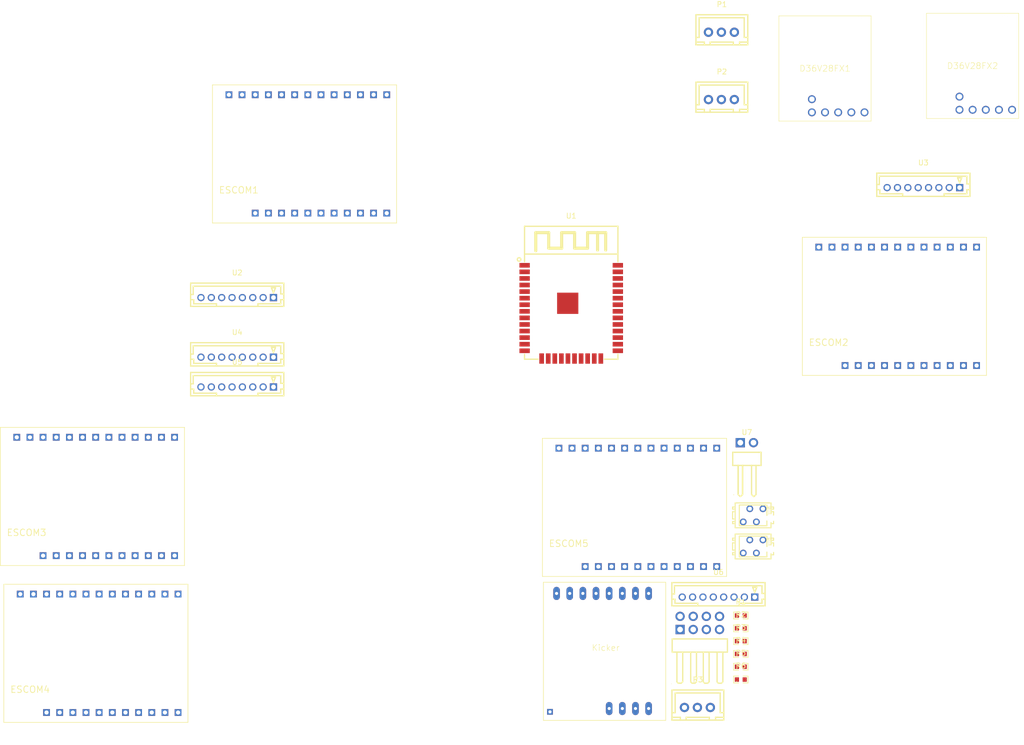
<source format=kicad_pcb>
(kicad_pcb (version 20241229) (generator "pcbnew") (generator_version "9.0")
  (layers (0 "F.Cu" signal) (2 "B.Cu" signal) (13 "F.Paste" user) (15 "B.Paste" user) (5 "F.SilkS" user "F.Silkscreen") (7 "B.SilkS" user "B.Silkscreen") (1 "F.Mask" user) (3 "B.Mask" user) (25 "Edge.Cuts" user))
  (net 0 "")
  (net 1 "Net-(ESCOM1-H3)")
  (net 2 "Net-(ESCOM1-M2)")
  (net 4 "Net-(ESCOM1-H1)")
  (net 7 "/PWM_1")
  (net 11 "Net-(ESCOM1-M3)")
  (net 13 "Net-(ESCOM1-H2)")
  (net 17 "Net-(ESCOM1-M1)")
  (net 18 "Net-(ESCOM1-+5V)")
  (net 22 "Net-(ESCOM2-H1)")
  (net 28 "Net-(ESCOM2-H3)")
  (net 29 "Net-(ESCOM2-M1)")
  (net 30 "Net-(ESCOM2-M2)")
  (net 31 "Net-(ESCOM2-H2)")
  (net 35 "Net-(ESCOM2-+5V)")
  (net 36 "Net-(ESCOM2-M3)")
  (net 38 "Net-(ESCOM3-H1)")
  (net 39 "Net-(ESCOM3-+5V)")
  (net 44 "Net-(ESCOM3-H2)")
  (net 46 "Net-(ESCOM3-M2)")
  (net 51 "Net-(ESCOM3-H3)")
  (net 52 "Net-(ESCOM3-M1)")
  (net 55 "Net-(ESCOM3-M3)")
  (net 58 "Net-(ESCOM4-M1)")
  (net 60 "Net-(ESCOM4-H1)")
  (net 63 "Net-(ESCOM4-+5V)")
  (net 64 "Net-(ESCOM4-M2)")
  (net 65 "Net-(ESCOM4-H2)")
  (net 73 "Net-(ESCOM4-M3)")
  (net 79 "Net-(ESCOM5-M2)")
  (net 87 "Net-(ESCOM5-M1)")
  (net 89 "Net-(ESCOM5-M3)")
  (net 92 "Net-(ESCOM5-+5V)")
  (net 94 "/PWM_5")
  (net 97 "Net-(ESCOM5-H1)")
  (net 102 "Net-(ESCOM5-H3)")
  (net 109 "/DIR_5")
  (net 110 "Net-(ESCOM5-H2)")
  (net 111 "/Lichtschranke_E3")
  (net 113 "+BATT")
  (net 115 "GND")
  (net 117 "+5V")
  (net 119 "+3.3V")
  (net 121 "/ENA")
  (net 122 "/Lichtschranke_E2")
  (net 123 "/DIR_1")
  (net 124 "/PWM_2")
  (net 125 "/DIR_2")
  (net 126 "/PWM_3")
  (net 127 "/DIR_3")
  (net 128 "/PWM_4")
  (net 129 "/DIR_4")
  (net 130 "Net-(P1-Pad3)")
  (net 133 "/Lichtschranke_E1")
  (net 134 "/Lichtschranke")
  (net 135 "/Kicker")
  (net 137 "Net-(R5-Pad1)")
  (net 139 "/clock")
  (net 140 "/data")
  (footprint "footprint:R0603" (layer "F.Cu") (at 228.746634 130.63195)
    (property "Reference" "R1" (at 0 -2.660605 0) (layer "F.SilkS"))
    (property "Value" "SMD-10k")
    (pad "1" smd rect (at -0.753366 0) (size 0.806477 0.864008) (layers "F.Cu" "F.Mask" "F.Paste") (net 111 "/Lichtschranke_E3"))
    (pad "2" smd rect (at 0.753366 0) (size 0.806477 0.864008) (layers "F.Cu" "F.Mask" "F.Paste") (net 119 "+3.3V"))
  )
  (footprint "footprint:CONN-TH_B8B-PH-K-S-LF-SN" (layer "F.Cu") (at 264 48)
    (property "Reference" "U3" (at -0.00061 -4.800025 0) (layer "F.SilkS"))
    (property "Value" "Brushless-Connector")
    (pad "1" thru_hole rect (at 7 0) (size 1.4 1.4) (drill 0.900025) (layers "*.Cu" "*.Mask") (net 29 "Net-(ESCOM2-M1)"))
    (pad "2" thru_hole circle (at 5 0) (size 1.4 1.4) (drill 0.900025) (layers "*.Cu" "*.Mask") (net 30 "Net-(ESCOM2-M2)"))
    (pad "3" thru_hole circle (at 3 0) (size 1.4 1.4) (drill 0.900025) (layers "*.Cu" "*.Mask") (net 36 "Net-(ESCOM2-M3)"))
    (pad "4" thru_hole circle (at 1 0) (size 1.4 1.4) (drill 0.900025) (layers "*.Cu" "*.Mask") (net 115 "GND"))
    (pad "5" thru_hole circle (at -1 0) (size 1.4 1.4) (drill 0.900025) (layers "*.Cu" "*.Mask") (net 22 "Net-(ESCOM2-H1)"))
    (pad "6" thru_hole circle (at -3 0) (size 1.4 1.4) (drill 0.900025) (layers "*.Cu" "*.Mask") (net 31 "Net-(ESCOM2-H2)"))
    (pad "7" thru_hole circle (at -5 0) (size 1.4 1.4) (drill 0.900025) (layers "*.Cu" "*.Mask") (net 28 "Net-(ESCOM2-H3)"))
    (pad "8" thru_hole circle (at -7 0) (size 1.4 1.4) (drill 0.900025) (layers "*.Cu" "*.Mask") (net 35 "Net-(ESCOM2-+5V)"))
  )
  (footprint "footprint:R0603" (layer "F.Cu") (at 228.746634 138.05278)
    (property "Reference" "R4" (at 0 -2.660605 0) (layer "F.SilkS"))
    (property "Value" "SMD-10k")
    (pad "1" smd rect (at -0.753366 0) (size 0.806477 0.864008) (layers "F.Cu" "F.Mask" "F.Paste") (net 133 "/Lichtschranke_E1"))
    (pad "2" smd rect (at 0.753366 0) (size 0.806477 0.864008) (layers "F.Cu" "F.Mask" "F.Paste") (net 119 "+3.3V"))
  )
  (footprint "footprint:ESCOM_24_2" (layer "F.Cu") (at 104.17023 108.9134)
    (property "Reference" "ESCOM3" (at -13.335 5.715 0) (layer "F.SilkS") (effects (font (size 1.27 1.27))))
    (property "Value" "24_2" (hide yes))
    (pad "P1" thru_hole rect (at 15.24 -12.7) (size 1.308 1.308) (drill 0.8) (layers "*.Cu" "*.Mask") (net 52 "Net-(ESCOM3-M1)"))
    (pad "P2" thru_hole rect (at 12.7 -12.7) (size 1.308 1.308) (drill 0.8) (layers "*.Cu" "*.Mask") (net 46 "Net-(ESCOM3-M2)"))
    (pad "P3" thru_hole rect (at 10.16 -12.7) (size 1.308 1.308) (drill 0.8) (layers "*.Cu" "*.Mask") (net 55 "Net-(ESCOM3-M3)"))
    (pad "P4" thru_hole rect (at 7.62 -12.7) (size 1.308 1.308) (drill 0.8) (layers "*.Cu" "*.Mask") (net 113 "+BATT"))
    (pad "P5" thru_hole rect (at 5.08 -12.7) (size 1.308 1.308) (drill 0.8) (layers "*.Cu" "*.Mask") (net 115 "GND"))
    (pad "P6" thru_hole rect (at 2.54 -12.7) (size 1.308 1.308) (drill 0.8) (layers "*.Cu" "*.Mask") (net 39 "Net-(ESCOM3-+5V)"))
    (pad "P7" thru_hole rect (at 0 -12.7) (size 1.308 1.308) (drill 0.8) (layers "*.Cu" "*.Mask") (net 38 "Net-(ESCOM3-H1)"))
    (pad "P8" thru_hole rect (at -2.54 -12.7) (size 1.308 1.308) (drill 0.8) (layers "*.Cu" "*.Mask") (net 44 "Net-(ESCOM3-H2)"))
    (pad "P9" thru_hole rect (at -5.08 -12.7) (size 1.308 1.308) (drill 0.8) (layers "*.Cu" "*.Mask") (net 51 "Net-(ESCOM3-H3)"))
    (pad "P10" thru_hole rect (at -7.62 -12.7) (size 1.308 1.308) (drill 0.8) (layers "*.Cu" "*.Mask"))
    (pad "P11" thru_hole rect (at -10.16 -12.7) (size 1.308 1.308) (drill 0.8) (layers "*.Cu" "*.Mask"))
    (pad "P12" thru_hole rect (at -12.7 -12.7) (size 1.308 1.308) (drill 0.8) (layers "*.Cu" "*.Mask"))
    (pad "P13" thru_hole rect (at -15.24 -12.7) (size 1.308 1.308) (drill 0.8) (layers "*.Cu" "*.Mask"))
    (pad "P14" thru_hole rect (at -10.16 10.16) (size 1.308 1.308) (drill 0.8) (layers "*.Cu" "*.Mask"))
    (pad "P15" thru_hole rect (at -7.62 10.16) (size 1.308 1.308) (drill 0.8) (layers "*.Cu" "*.Mask") (net 127 "/DIR_3"))
    (pad "P16" thru_hole rect (at -5.08 10.16) (size 1.308 1.308) (drill 0.8) (layers "*.Cu" "*.Mask") (net 121 "/ENA"))
    (pad "P17" thru_hole rect (at -2.54 10.16) (size 1.308 1.308) (drill 0.8) (layers "*.Cu" "*.Mask") (net 126 "/PWM_3"))
    (pad "P18" thru_hole rect (at 0 10.16) (size 1.308 1.308) (drill 0.8) (layers "*.Cu" "*.Mask") (net 115 "GND"))
    (pad "P19" thru_hole rect (at 2.54 10.16) (size 1.308 1.308) (drill 0.8) (layers "*.Cu" "*.Mask"))
    (pad "P20" thru_hole rect (at 5.08 10.16) (size 1.308 1.308) (drill 0.8) (layers "*.Cu" "*.Mask"))
    (pad "P21" thru_hole rect (at 7.62 10.16) (size 1.308 1.308) (drill 0.8) (layers "*.Cu" "*.Mask"))
    (pad "P22" thru_hole rect (at 10.16 10.16) (size 1.308 1.308) (drill 0.8) (layers "*.Cu" "*.Mask"))
    (pad "P23" thru_hole rect (at 12.7 10.16) (size 1.308 1.308) (drill 0.8) (layers "*.Cu" "*.Mask"))
    (pad "P24" thru_hole rect (at 15.24 10.16) (size 1.308 1.308) (drill 0.8) (layers "*.Cu" "*.Mask"))
  )
  (footprint "footprint:ESCOM_24_2" (layer "F.Cu") (at 259.04 72.2)
    (property "Reference" "ESCOM2" (at -13.335 5.715 0) (layer "F.SilkS") (effects (font (size 1.27 1.27))))
    (property "Value" "24_2" (hide yes))
    (pad "P1" thru_hole rect (at 15.24 -12.7) (size 1.308 1.308) (drill 0.8) (layers "*.Cu" "*.Mask") (net 29 "Net-(ESCOM2-M1)"))
    (pad "P2" thru_hole rect (at 12.7 -12.7) (size 1.308 1.308) (drill 0.8) (layers "*.Cu" "*.Mask") (net 30 "Net-(ESCOM2-M2)"))
    (pad "P3" thru_hole rect (at 10.16 -12.7) (size 1.308 1.308) (drill 0.8) (layers "*.Cu" "*.Mask") (net 36 "Net-(ESCOM2-M3)"))
    (pad "P4" thru_hole rect (at 7.62 -12.7) (size 1.308 1.308) (drill 0.8) (layers "*.Cu" "*.Mask") (net 113 "+BATT"))
    (pad "P5" thru_hole rect (at 5.08 -12.7) (size 1.308 1.308) (drill 0.8) (layers "*.Cu" "*.Mask") (net 115 "GND"))
    (pad "P6" thru_hole rect (at 2.54 -12.7) (size 1.308 1.308) (drill 0.8) (layers "*.Cu" "*.Mask") (net 35 "Net-(ESCOM2-+5V)"))
    (pad "P7" thru_hole rect (at 0 -12.7) (size 1.308 1.308) (drill 0.8) (layers "*.Cu" "*.Mask") (net 22 "Net-(ESCOM2-H1)"))
    (pad "P8" thru_hole rect (at -2.54 -12.7) (size 1.308 1.308) (drill 0.8) (layers "*.Cu" "*.Mask") (net 31 "Net-(ESCOM2-H2)"))
    (pad "P9" thru_hole rect (at -5.08 -12.7) (size 1.308 1.308) (drill 0.8) (layers "*.Cu" "*.Mask") (net 28 "Net-(ESCOM2-H3)"))
    (pad "P10" thru_hole rect (at -7.62 -12.7) (size 1.308 1.308) (drill 0.8) (layers "*.Cu" "*.Mask"))
    (pad "P11" thru_hole rect (at -10.16 -12.7) (size 1.308 1.308) (drill 0.8) (layers "*.Cu" "*.Mask"))
    (pad "P12" thru_hole rect (at -12.7 -12.7) (size 1.308 1.308) (drill 0.8) (layers "*.Cu" "*.Mask"))
    (pad "P13" thru_hole rect (at -15.24 -12.7) (size 1.308 1.308) (drill 0.8) (layers "*.Cu" "*.Mask"))
    (pad "P14" thru_hole rect (at -10.16 10.16) (size 1.308 1.308) (drill 0.8) (layers "*.Cu" "*.Mask"))
    (pad "P15" thru_hole rect (at -7.62 10.16) (size 1.308 1.308) (drill 0.8) (layers "*.Cu" "*.Mask") (net 125 "/DIR_2"))
    (pad "P16" thru_hole rect (at -5.08 10.16) (size 1.308 1.308) (drill 0.8) (layers "*.Cu" "*.Mask") (net 121 "/ENA"))
    (pad "P17" thru_hole rect (at -2.54 10.16) (size 1.308 1.308) (drill 0.8) (layers "*.Cu" "*.Mask") (net 124 "/PWM_2"))
    (pad "P18" thru_hole rect (at 0 10.16) (size 1.308 1.308) (drill 0.8) (layers "*.Cu" "*.Mask") (net 115 "GND"))
    (pad "P19" thru_hole rect (at 2.54 10.16) (size 1.308 1.308) (drill 0.8) (layers "*.Cu" "*.Mask"))
    (pad "P20" thru_hole rect (at 5.08 10.16) (size 1.308 1.308) (drill 0.8) (layers "*.Cu" "*.Mask"))
    (pad "P21" thru_hole rect (at 7.62 10.16) (size 1.308 1.308) (drill 0.8) (layers "*.Cu" "*.Mask"))
    (pad "P22" thru_hole rect (at 10.16 10.16) (size 1.308 1.308) (drill 0.8) (layers "*.Cu" "*.Mask"))
    (pad "P23" thru_hole rect (at 12.7 10.16) (size 1.308 1.308) (drill 0.8) (layers "*.Cu" "*.Mask"))
    (pad "P24" thru_hole rect (at 15.24 10.16) (size 1.308 1.308) (drill 0.8) (layers "*.Cu" "*.Mask"))
  )
  (footprint "footprint:MICROMATCH-4" (layer "F.Cu") (at 230.481944 118.569945)
    (property "Reference" "X2" (hide yes))
    (property "Value" "MICROMATCH-4" (hide yes))
    (pad "" np_thru_hole circle (at 3.975 -0.72) (size 1.5 1.5) (drill 1.5) (layers "*.Cu" "*.Mask"))
    (pad "1" thru_hole circle (at 2.54 -2.54) (size 1.308 1.308) (drill 0.8) (layers "*.Cu" "*.Mask") (net 119 "+3.3V"))
    (pad "2" thru_hole circle (at 1.27 0) (size 1.308 1.308) (drill 0.8) (layers "*.Cu" "*.Mask") (net 140 "/data"))
    (pad "3" thru_hole circle (at 0 -2.54) (size 1.308 1.308) (drill 0.8) (layers "*.Cu" "*.Mask") (net 139 "/clock"))
    (pad "4" thru_hole circle (at -1.27 0) (size 1.308 1.308) (drill 0.8) (layers "*.Cu" "*.Mask") (net 115 "GND"))
  )
  (footprint "footprint:KICKER" (layer "F.Cu") (at 190.625344 151.767645)
    (property "Reference" "Kicker1" (hide yes))
    (property "Value" "~" (hide yes))
    (fp_text user "Kicker" (at 9.271 -14.224 0) (layer "F.SilkS") (effects (font (size 1.1684 1.1684) (thickness 0.1016)) (justify left bottom)))
    (pad "GND1" thru_hole oval (at 2.54 -25.4 90) (size 2.54 1.27) (drill 0.6) (layers "*.Cu" "*.Mask") (net 115 "GND"))
    (pad "GND2" thru_hole oval (at 5.08 -25.4 90) (size 2.54 1.27) (drill 0.6) (layers "*.Cu" "*.Mask") (net 115 "GND"))
    (pad "GND3" thru_hole oval (at 7.62 -25.4 90) (size 2.54 1.27) (drill 0.6) (layers "*.Cu" "*.Mask") (net 115 "GND"))
    (pad "GND4" thru_hole oval (at 10.16 -25.4 90) (size 2.54 1.27) (drill 0.6) (layers "*.Cu" "*.Mask") (net 115 "GND"))
    (pad "GND5" thru_hole oval (at 12.7 -25.4 90) (size 2.54 1.27) (drill 0.6) (layers "*.Cu" "*.Mask") (net 115 "GND"))
    (pad "GND6" thru_hole oval (at 15.24 -25.4 90) (size 2.54 1.27) (drill 0.6) (layers "*.Cu" "*.Mask") (net 115 "GND"))
    (pad "GND7" thru_hole oval (at 17.78 -25.4 90) (size 2.54 1.27) (drill 0.6) (layers "*.Cu" "*.Mask") (net 115 "GND"))
    (pad "GND8" thru_hole oval (at 20.32 -25.4 90) (size 2.54 1.27) (drill 0.6) (layers "*.Cu" "*.Mask") (net 115 "GND"))
    (pad "NC" thru_hole rect (at 1.27 -2.54) (size 1.108 1.108) (drill 0.6) (layers "*.Cu" "*.Mask"))
    (pad "SIG" thru_hole oval (at 12.7 -3.175 90) (size 2.54 1.27) (drill 0.6) (layers "*.Cu" "*.Mask") (net 135 "/Kicker"))
    (pad "V+1" thru_hole oval (at 15.24 -3.175 90) (size 2.54 1.27) (drill 0.6) (layers "*.Cu" "*.Mask") (net 113 "+BATT"))
    (pad "V+2" thru_hole oval (at 17.78 -3.175 90) (size 2.54 1.27) (drill 0.6) (layers "*.Cu" "*.Mask") (net 113 "+BATT"))
    (pad "V+3" thru_hole oval (at 20.32 -3.175 90) (size 2.54 1.27) (drill 0.6) (layers "*.Cu" "*.Mask") (net 113 "+BATT"))
  )
  (footprint "footprint:R0603" (layer "F.Cu") (at 228.746634 133.10556)
    (property "Reference" "R2" (at 0 -2.660605 0) (layer "F.SilkS"))
    (property "Value" "SMD-10k")
    (pad "1" smd rect (at -0.753366 0) (size 0.806477 0.864008) (layers "F.Cu" "F.Mask" "F.Paste") (net 134 "/Lichtschranke"))
    (pad "2" smd rect (at 0.753366 0) (size 0.806477 0.864008) (layers "F.Cu" "F.Mask" "F.Paste") (net 119 "+3.3V"))
  )
  (footprint "footprint:HDR-TH_8P-P2.54-H-M-R2-C4-S2.54" (layer "F.Cu") (at 220.82635 132.065148)
    (property "Reference" "H1" (hide yes))
    (property "Value" "Pinhead_2x04H" (hide yes))
    (pad "1" thru_hole rect (at -3.810008 1.270003 180) (size 1.778004 1.8) (drill 1.100025) (layers "*.Cu" "*.Mask") (net 111 "/Lichtschranke_E3"))
    (pad "2" thru_hole circle (at -3.810008 -1.270003) (size 1.8 1.8) (drill 1.100025) (layers "*.Cu" "*.Mask") (net 115 "GND"))
    (pad "3" thru_hole circle (at -1.270003 1.270003) (size 1.8 1.8) (drill 1.100025) (layers "*.Cu" "*.Mask") (net 134 "/Lichtschranke"))
    (pad "4" thru_hole circle (at -1.270003 -1.270003) (size 1.8 1.8) (drill 1.100025) (layers "*.Cu" "*.Mask") (net 115 "GND"))
    (pad "5" thru_hole circle (at 1.270003 1.270003) (size 1.8 1.8) (drill 1.100025) (layers "*.Cu" "*.Mask") (net 122 "/Lichtschranke_E2"))
    (pad "6" thru_hole circle (at 1.270003 -1.270003) (size 1.8 1.8) (drill 1.100025) (layers "*.Cu" "*.Mask") (net 115 "GND"))
    (pad "7" thru_hole circle (at 3.810008 1.270003) (size 1.8 1.8) (drill 1.100025) (layers "*.Cu" "*.Mask") (net 133 "/Lichtschranke_E1"))
    (pad "8" thru_hole circle (at 3.810008 -1.270003) (size 1.8 1.8) (drill 1.100025) (layers "*.Cu" "*.Mask") (net 115 "GND"))
  )
  (footprint "footprint:CONN-TH_B8B-PH-K-S-LF-SN" (layer "F.Cu") (at 131.5 69.237925)
    (property "Reference" "U2" (at -0.00061 -4.800025 0) (layer "F.SilkS"))
    (property "Value" "Brushless-Connector")
    (pad "1" thru_hole rect (at 7 0) (size 1.4 1.4) (drill 0.900025) (layers "*.Cu" "*.Mask") (net 17 "Net-(ESCOM1-M1)"))
    (pad "2" thru_hole circle (at 5 0) (size 1.4 1.4) (drill 0.900025) (layers "*.Cu" "*.Mask") (net 2 "Net-(ESCOM1-M2)"))
    (pad "3" thru_hole circle (at 3 0) (size 1.4 1.4) (drill 0.900025) (layers "*.Cu" "*.Mask") (net 11 "Net-(ESCOM1-M3)"))
    (pad "4" thru_hole circle (at 1 0) (size 1.4 1.4) (drill 0.900025) (layers "*.Cu" "*.Mask") (net 115 "GND"))
    (pad "5" thru_hole circle (at -1 0) (size 1.4 1.4) (drill 0.900025) (layers "*.Cu" "*.Mask") (net 4 "Net-(ESCOM1-H1)"))
    (pad "6" thru_hole circle (at -3 0) (size 1.4 1.4) (drill 0.900025) (layers "*.Cu" "*.Mask") (net 13 "Net-(ESCOM1-H2)"))
    (pad "7" thru_hole circle (at -5 0) (size 1.4 1.4) (drill 0.900025) (layers "*.Cu" "*.Mask") (net 1 "Net-(ESCOM1-H3)"))
    (pad "8" thru_hole circle (at -7 0) (size 1.4 1.4) (drill 0.900025) (layers "*.Cu" "*.Mask") (net 18 "Net-(ESCOM1-+5V)"))
  )
  (footprint "footprint:CONN-TH_B8B-PH-K-S-LF-SN" (layer "F.Cu") (at 131.5 80.745975)
    (property "Reference" "U4" (at -0.00061 -4.800025 0) (layer "F.SilkS"))
    (property "Value" "Brushless-Connector")
    (pad "1" thru_hole rect (at 7 0) (size 1.4 1.4) (drill 0.900025) (layers "*.Cu" "*.Mask") (net 52 "Net-(ESCOM3-M1)"))
    (pad "2" thru_hole circle (at 5 0) (size 1.4 1.4) (drill 0.900025) (layers "*.Cu" "*.Mask") (net 46 "Net-(ESCOM3-M2)"))
    (pad "3" thru_hole circle (at 3 0) (size 1.4 1.4) (drill 0.900025) (layers "*.Cu" "*.Mask") (net 55 "Net-(ESCOM3-M3)"))
    (pad "4" thru_hole circle (at 1 0) (size 1.4 1.4) (drill 0.900025) (layers "*.Cu" "*.Mask") (net 115 "GND"))
    (pad "5" thru_hole circle (at -1 0) (size 1.4 1.4) (drill 0.900025) (layers "*.Cu" "*.Mask") (net 38 "Net-(ESCOM3-H1)"))
    (pad "6" thru_hole circle (at -3 0) (size 1.4 1.4) (drill 0.900025) (layers "*.Cu" "*.Mask") (net 44 "Net-(ESCOM3-H2)"))
    (pad "7" thru_hole circle (at -5 0) (size 1.4 1.4) (drill 0.900025) (layers "*.Cu" "*.Mask") (net 51 "Net-(ESCOM3-H3)"))
    (pad "8" thru_hole circle (at -7 0) (size 1.4 1.4) (drill 0.900025) (layers "*.Cu" "*.Mask") (net 39 "Net-(ESCOM3-+5V)"))
  )
  (footprint "footprint:R0603" (layer "F.Cu") (at 228.746634 143)
    (property "Reference" "R6" (at 0 -2.660605 0) (layer "F.SilkS"))
    (property "Value" "SMD-10k")
    (pad "1" smd rect (at -0.753366 0) (size 0.806477 0.864008) (layers "F.Cu" "F.Mask" "F.Paste") (net 115 "GND"))
    (pad "2" smd rect (at 0.753366 0) (size 0.806477 0.864008) (layers "F.Cu" "F.Mask" "F.Paste") (net 135 "/Kicker"))
  )
  (footprint "footprint:MICROMATCH-4" (layer "F.Cu") (at 230.481944 112.556745)
    (property "Reference" "X1" (hide yes))
    (property "Value" "MICROMATCH-4" (hide yes))
    (pad "" np_thru_hole circle (at 3.975 -0.72) (size 1.5 1.5) (drill 1.5) (layers "*.Cu" "*.Mask"))
    (pad "1" thru_hole circle (at 2.54 -2.54) (size 1.308 1.308) (drill 0.8) (layers "*.Cu" "*.Mask") (net 119 "+3.3V"))
    (pad "2" thru_hole circle (at 1.27 0) (size 1.308 1.308) (drill 0.8) (layers "*.Cu" "*.Mask") (net 140 "/data"))
    (pad "3" thru_hole circle (at 0 -2.54) (size 1.308 1.308) (drill 0.8) (layers "*.Cu" "*.Mask") (net 139 "/clock"))
    (pad "4" thru_hole circle (at -1.27 0) (size 1.308 1.308) (drill 0.8) (layers "*.Cu" "*.Mask") (net 115 "GND"))
  )
  (footprint "footprint:HDR-TH_2P-P2.54-H-M-W10.4" (layer "F.Cu") (at 229.922349 97.255145)
    (property "Reference" "U7" (at 0 -2 0) (layer "F.SilkS"))
    (property "Value" "Pinhead_1x02H")
    (pad "1" thru_hole rect (at -1.270003 0) (size 1.8 1.8) (drill 1.100025) (layers "*.Cu" "*.Mask") (net 119 "+3.3V"))
    (pad "2" thru_hole circle (at 1.270003 0) (size 1.8 1.8) (drill 1.100025) (layers "*.Cu" "*.Mask") (net 137 "Net-(R5-Pad1)"))
  )
  (footprint "footprint:CONN-TH_XH-3A" (layer "F.Cu") (at 225 31)
    (property "Reference" "P2" (at 0.087503 -5.378207 0) (layer "F.SilkS"))
    (property "Value" "XH-3A")
    (pad "1" thru_hole circle (at -2.5 0) (size 1.8 1.8) (drill 1) (layers "*.Cu" "*.Mask") (net 130 "Net-(P1-Pad3)"))
    (pad "2" thru_hole circle (at -0.000127 0) (size 1.8 1.8) (drill 1) (layers "*.Cu" "*.Mask"))
    (pad "3" thru_hole circle (at 2.5 0) (size 1.8 1.8) (drill 1) (layers "*.Cu" "*.Mask") (net 115 "GND"))
  )
  (footprint "footprint:CONN-TH_XH-3A" (layer "F.Cu") (at 225.000127 18)
    (property "Reference" "P1" (at 0.087503 -5.378207 0) (layer "F.SilkS"))
    (property "Value" "XH-3A")
    (pad "1" thru_hole circle (at -2.5 0) (size 1.8 1.8) (drill 1) (layers "*.Cu" "*.Mask") (net 113 "+BATT"))
    (pad "2" thru_hole circle (at -0.000127 0) (size 1.8 1.8) (drill 1) (layers "*.Cu" "*.Mask"))
    (pad "3" thru_hole circle (at 2.5 0) (size 1.8 1.8) (drill 1) (layers "*.Cu" "*.Mask") (net 130 "Net-(P1-Pad3)"))
  )
  (footprint "footprint:CONN-TH_B8B-PH-K-S-LF-SN" (layer "F.Cu") (at 131.5 86.5)
    (property "Reference" "U5" (at -0.00061 -4.800025 0) (layer "F.SilkS"))
    (property "Value" "Brushless-Connector")
    (pad "1" thru_hole rect (at 7 0) (size 1.4 1.4) (drill 0.900025) (layers "*.Cu" "*.Mask") (net 58 "Net-(ESCOM4-M1)"))
    (pad "2" thru_hole circle (at 5 0) (size 1.4 1.4) (drill 0.900025) (layers "*.Cu" "*.Mask") (net 64 "Net-(ESCOM4-M2)"))
    (pad "3" thru_hole circle (at 3 0) (size 1.4 1.4) (drill 0.900025) (layers "*.Cu" "*.Mask") (net 73 "Net-(ESCOM4-M3)"))
    (pad "4" thru_hole circle (at 1 0) (size 1.4 1.4) (drill 0.900025) (layers "*.Cu" "*.Mask") (net 115 "GND"))
    (pad "5" thru_hole circle (at -1 0) (size 1.4 1.4) (drill 0.900025) (layers "*.Cu" "*.Mask") (net 60 "Net-(ESCOM4-H1)"))
    (pad "6" thru_hole circle (at -3 0) (size 1.4 1.4) (drill 0.900025) (layers "*.Cu" "*.Mask") (net 65 "Net-(ESCOM4-H2)"))
    (pad "7" thru_hole circle (at -5 0) (size 1.4 1.4) (drill 0.900025) (layers "*.Cu" "*.Mask"))
    (pad "8" thru_hole circle (at -7 0) (size 1.4 1.4) (drill 0.900025) (layers "*.Cu" "*.Mask") (net 63 "Net-(ESCOM4-+5V)"))
  )
  (footprint "footprint:D36V28FX" (layer "F.Cu") (at 242.47 30.93)
    (property "Reference" "D36V28FX1" (at 2.53 -5.93 0) (layer "F.SilkS") (effects (font (size 1.1684 1.1684) (thickness 0.1016))))
    (property "Value" "5V")
    (pad "" np_thru_hole circle (at -4.17 1.61) (size 2.18 2.18) (drill 2.18) (layers "*.Cu" "*.Mask"))
    (pad "" np_thru_hole circle (at 9.33 -14.39) (size 2.18 2.18) (drill 2.18) (layers "*.Cu" "*.Mask"))
    (pad "1" thru_hole circle (at 0 0) (size 1.53 1.53) (drill 1.02) (layers "*.Cu" "*.Mask"))
    (pad "2" thru_hole circle (at 0 2.54) (size 1.53 1.53) (drill 1.02) (layers "*.Cu" "*.Mask"))
    (pad "3" thru_hole circle (at 2.54 2.54) (size 1.53 1.53) (drill 1.02) (layers "*.Cu" "*.Mask") (net 113 "+BATT"))
    (pad "4" thru_hole circle (at 5.08 2.54) (size 1.53 1.53) (drill 1.02) (layers "*.Cu" "*.Mask") (net 115 "GND"))
    (pad "5" thru_hole circle (at 7.62 2.54) (size 1.53 1.53) (drill 1.02) (layers "*.Cu" "*.Mask") (net 115 "GND"))
    (pad "6" thru_hole circle (at 10.16 2.54) (size 1.53 1.53) (drill 1.02) (layers "*.Cu" "*.Mask") (net 117 "+5V"))
  )
  (footprint "footprint:WIFIM-SMD_ESP32-WROOM-32-N4" (layer "F.Cu") (at 196.000025 72.005131)
    (property "Reference" "U1" (at 0.001473 -18.535052 0) (layer "F.SilkS"))
    (property "Value" "ESP32-WROOM-32")
    (pad "1" smd rect (at -9.000025 -9.005131) (size 2 0.9) (layers "F.Cu" "F.Mask" "F.Paste") (net 115 "GND"))
    (pad "2" smd rect (at -9.000025 -7.735128) (size 2 0.9) (layers "F.Cu" "F.Mask" "F.Paste") (net 119 "+3.3V"))
    (pad "3" smd rect (at -9.000025 -6.465126) (size 2 0.9) (layers "F.Cu" "F.Mask" "F.Paste"))
    (pad "4" smd rect (at -9.000025 -5.195123) (size 2 0.9) (layers "F.Cu" "F.Mask" "F.Paste") (net 111 "/Lichtschranke_E3"))
    (pad "5" smd rect (at -9.000025 -3.925121) (size 2 0.9) (layers "F.Cu" "F.Mask" "F.Paste") (net 134 "/Lichtschranke"))
    (pad "6" smd rect (at -9.000025 -2.655118) (size 2 0.9) (layers "F.Cu" "F.Mask" "F.Paste") (net 122 "/Lichtschranke_E2"))
    (pad "7" smd rect (at -9.000025 -1.385116) (size 2 0.9) (layers "F.Cu" "F.Mask" "F.Paste") (net 133 "/Lichtschranke_E1"))
    (pad "8" smd rect (at -9.000025 -0.115113) (size 2 0.9) (layers "F.Cu" "F.Mask" "F.Paste"))
    (pad "9" smd rect (at -9.000025 1.15489) (size 2 0.9) (layers "F.Cu" "F.Mask" "F.Paste") (net 125 "/DIR_2"))
    (pad "10" smd rect (at -9.000025 2.424892) (size 2 0.9) (layers "F.Cu" "F.Mask" "F.Paste") (net 123 "/DIR_1"))
    (pad "11" smd rect (at -9.000025 3.694895) (size 2 0.9) (layers "F.Cu" "F.Mask" "F.Paste"))
    (pad "12" smd rect (at -9.000025 4.964897) (size 2 0.9) (layers "F.Cu" "F.Mask" "F.Paste"))
    (pad "13" smd rect (at -9.000025 6.2349) (size 2 0.9) (layers "F.Cu" "F.Mask" "F.Paste") (net 124 "/PWM_2"))
    (pad "14" smd rect (at -9.000025 7.504902) (size 2 0.9) (layers "F.Cu" "F.Mask" "F.Paste") (net 7 "/PWM_1"))
    (pad "15" smd rect (at -5.715037 9.005029 270) (size 2 0.9) (layers "F.Cu" "F.Mask" "F.Paste") (net 115 "GND"))
    (pad "16" smd rect (at -4.445034 9.005029 270) (size 2 0.9) (layers "F.Cu" "F.Mask" "F.Paste"))
    (pad "17" smd rect (at -3.175032 9.005029 270) (size 2 0.9) (layers "F.Cu" "F.Mask" "F.Paste"))
    (pad "18" smd rect (at -1.905029 9.005029 270) (size 2 0.9) (layers "F.Cu" "F.Mask" "F.Paste"))
    (pad "19" smd rect (at -0.635027 9.005029 270) (size 2 0.9) (layers "F.Cu" "F.Mask" "F.Paste"))
    (pad "20" smd rect (at 0.634976 9.005029 270) (size 2 0.9) (layers "F.Cu" "F.Mask" "F.Paste") (net 109 "/DIR_5"))
    (pad "21" smd rect (at 1.904978 9.005029 270) (size 2 0.9) (layers "F.Cu" "F.Mask" "F.Paste") (net 94 "/PWM_5"))
    (pad "22" smd rect (at 3.174981 9.005029 270) (size 2 0.9) (layers "F.Cu" "F.Mask" "F.Paste"))
    (pad "23" smd rect (at 4.444983 9.005029 270) (size 2 0.9) (layers "F.Cu" "F.Mask" "F.Paste"))
    (pad "24" smd rect (at 5.714986 9.005029 270) (size 2 0.9) (layers "F.Cu" "F.Mask" "F.Paste") (net 121 "/ENA"))
    (pad "25" smd rect (at 8.999975 7.504902) (size 2 0.9) (layers "F.Cu" "F.Mask" "F.Paste"))
    (pad "26" smd rect (at 8.999975 6.2349) (size 2 0.9) (layers "F.Cu" "F.Mask" "F.Paste") (net 127 "/DIR_3"))
    (pad "27" smd rect (at 8.999975 4.964897) (size 2 0.9) (layers "F.Cu" "F.Mask" "F.Paste") (net 126 "/PWM_3"))
    (pad "28" smd rect (at 8.999975 3.694895) (size 2 0.9) (layers "F.Cu" "F.Mask" "F.Paste"))
    (pad "29" smd rect (at 8.999975 2.424892) (size 2 0.9) (layers "F.Cu" "F.Mask" "F.Paste"))
    (pad "30" smd rect (at 8.999975 1.15489) (size 2 0.9) (layers "F.Cu" "F.Mask" "F.Paste") (net 129 "/DIR_4"))
    (pad "31" smd rect (at 8.999975 -0.115113) (size 2 0.9) (layers "F.Cu" "F.Mask" "F.Paste") (net 128 "/PWM_4"))
    (pad "32" smd rect (at 8.999975 -1.385116) (size 2 0.9) (layers "F.Cu" "F.Mask" "F.Paste"))
    (pad "33" smd rect (at 8.999975 -2.655118) (size 2 0.9) (layers "F.Cu" "F.Mask" "F.Paste") (net 140 "/data"))
    (pad "34" smd rect (at 8.999975 -3.925121) (size 2 0.9) (layers "F.Cu" "F.Mask" "F.Paste"))
    (pad "35" smd rect (at 8.999975 -5.195123) (size 2 0.9) (layers "F.Cu" "F.Mask" "F.Paste"))
    (pad "36" smd rect (at 8.999975 -6.465126) (size 2 0.9) (layers "F.Cu" "F.Mask" "F.Paste") (net 139 "/clock"))
    (pad "37" smd rect (at 8.999975 -7.735128) (size 2 0.9) (layers "F.Cu" "F.Mask" "F.Paste"))
    (pad "38" smd rect (at 8.999975 -9.005131) (size 2 0.9) (layers "F.Cu" "F.Mask" "F.Paste") (net 115 "GND"))
    (pad "39" smd rect (at -0.679985 -1.66477) (size 4.1 4.1) (layers "F.Cu" "F.Mask" "F.Paste") (net 115 "GND"))
  )
  (footprint "footprint:ESCOM_24_2" (layer "F.Cu") (at 208.853844 111.023645)
    (property "Reference" "ESCOM5" (at -13.335 5.715 0) (layer "F.SilkS") (effects (font (size 1.27 1.27))))
    (property "Value" "24_2" (hide yes))
    (pad "P1" thru_hole rect (at 15.24 -12.7) (size 1.308 1.308) (drill 0.8) (layers "*.Cu" "*.Mask") (net 87 "Net-(ESCOM5-M1)"))
    (pad "P2" thru_hole rect (at 12.7 -12.7) (size 1.308 1.308) (drill 0.8) (layers "*.Cu" "*.Mask") (net 79 "Net-(ESCOM5-M2)"))
    (pad "P3" thru_hole rect (at 10.16 -12.7) (size 1.308 1.308) (drill 0.8) (layers "*.Cu" "*.Mask") (net 89 "Net-(ESCOM5-M3)"))
    (pad "P4" thru_hole rect (at 7.62 -12.7) (size 1.308 1.308) (drill 0.8) (layers "*.Cu" "*.Mask") (net 113 "+BATT"))
    (pad "P5" thru_hole rect (at 5.08 -12.7) (size 1.308 1.308) (drill 0.8) (layers "*.Cu" "*.Mask") (net 115 "GND"))
    (pad "P6" thru_hole rect (at 2.54 -12.7) (size 1.308 1.308) (drill 0.8) (layers "*.Cu" "*.Mask") (net 92 "Net-(ESCOM5-+5V)"))
    (pad "P7" thru_hole rect (at 0 -12.7) (size 1.308 1.308) (drill 0.8) (layers "*.Cu" "*.Mask") (net 97 "Net-(ESCOM5-H1)"))
    (pad "P8" thru_hole rect (at -2.54 -12.7) (size 1.308 1.308) (drill 0.8) (layers "*.Cu" "*.Mask") (net 110 "Net-(ESCOM5-H2)"))
    (pad "P9" thru_hole rect (at -5.08 -12.7) (size 1.308 1.308) (drill 0.8) (layers "*.Cu" "*.Mask") (net 102 "Net-(ESCOM5-H3)"))
    (pad "P10" thru_hole rect (at -7.62 -12.7) (size 1.308 1.308) (drill 0.8) (layers "*.Cu" "*.Mask"))
    (pad "P11" thru_hole rect (at -10.16 -12.7) (size 1.308 1.308) (drill 0.8) (layers "*.Cu" "*.Mask"))
    (pad "P12" thru_hole rect (at -12.7 -12.7) (size 1.308 1.308) (drill 0.8) (layers "*.Cu" "*.Mask"))
    (pad "P13" thru_hole rect (at -15.24 -12.7) (size 1.308 1.308) (drill 0.8) (layers "*.Cu" "*.Mask"))
    (pad "P14" thru_hole rect (at -10.16 10.16) (size 1.308 1.308) (drill 0.8) (layers "*.Cu" "*.Mask"))
    (pad "P15" thru_hole rect (at -7.62 10.16) (size 1.308 1.308) (drill 0.8) (layers "*.Cu" "*.Mask") (net 109 "/DIR_5"))
    (pad "P16" thru_hole rect (at -5.08 10.16) (size 1.308 1.308) (drill 0.8) (layers "*.Cu" "*.Mask") (net 121 "/ENA"))
    (pad "P17" thru_hole rect (at -2.54 10.16) (size 1.308 1.308) (drill 0.8) (layers "*.Cu" "*.Mask") (net 94 "/PWM_5"))
    (pad "P18" thru_hole rect (at 0 10.16) (size 1.308 1.308) (drill 0.8) (layers "*.Cu" "*.Mask") (net 115 "GND"))
    (pad "P19" thru_hole rect (at 2.54 10.16) (size 1.308 1.308) (drill 0.8) (layers "*.Cu" "*.Mask"))
    (pad "P20" thru_hole rect (at 5.08 10.16) (size 1.308 1.308) (drill 0.8) (layers "*.Cu" "*.Mask"))
    (pad "P21" thru_hole rect (at 7.62 10.16) (size 1.308 1.308) (drill 0.8) (layers "*.Cu" "*.Mask"))
    (pad "P22" thru_hole rect (at 10.16 10.16) (size 1.308 1.308) (drill 0.8) (layers "*.Cu" "*.Mask"))
    (pad "P23" thru_hole rect (at 12.7 10.16) (size 1.308 1.308) (drill 0.8) (layers "*.Cu" "*.Mask"))
    (pad "P24" thru_hole rect (at 15.24 10.16) (size 1.308 1.308) (drill 0.8) (layers "*.Cu" "*.Mask"))
  )
  (footprint "footprint:R0603" (layer "F.Cu") (at 228.746634 140.52639)
    (property "Reference" "R5" (at 0 -2.660605 0) (layer "F.SilkS"))
    (property "Value" "SMD-100R")
    (pad "1" smd rect (at -0.753366 0) (size 0.806477 0.864008) (layers "F.Cu" "F.Mask" "F.Paste") (net 137 "Net-(R5-Pad1)"))
    (pad "2" smd rect (at 0.753366 0) (size 0.806477 0.864008) (layers "F.Cu" "F.Mask" "F.Paste"))
  )
  (footprint "footprint:ESCOM_24_2" (layer "F.Cu") (at 145.135 42.77)
    (property "Reference" "ESCOM1" (at -13.335 5.715 0) (layer "F.SilkS") (effects (font (size 1.27 1.27))))
    (property "Value" "24_2" (hide yes))
    (pad "P1" thru_hole rect (at 15.24 -12.7) (size 1.308 1.308) (drill 0.8) (layers "*.Cu" "*.Mask") (net 17 "Net-(ESCOM1-M1)"))
    (pad "P2" thru_hole rect (at 12.7 -12.7) (size 1.308 1.308) (drill 0.8) (layers "*.Cu" "*.Mask") (net 2 "Net-(ESCOM1-M2)"))
    (pad "P3" thru_hole rect (at 10.16 -12.7) (size 1.308 1.308) (drill 0.8) (layers "*.Cu" "*.Mask") (net 11 "Net-(ESCOM1-M3)"))
    (pad "P4" thru_hole rect (at 7.62 -12.7) (size 1.308 1.308) (drill 0.8) (layers "*.Cu" "*.Mask") (net 113 "+BATT"))
    (pad "P5" thru_hole rect (at 5.08 -12.7) (size 1.308 1.308) (drill 0.8) (layers "*.Cu" "*.Mask") (net 115 "GND"))
    (pad "P6" thru_hole rect (at 2.54 -12.7) (size 1.308 1.308) (drill 0.8) (layers "*.Cu" "*.Mask") (net 18 "Net-(ESCOM1-+5V)"))
    (pad "P7" thru_hole rect (at 0 -12.7) (size 1.308 1.308) (drill 0.8) (layers "*.Cu" "*.Mask") (net 4 "Net-(ESCOM1-H1)"))
    (pad "P8" thru_hole rect (at -2.54 -12.7) (size 1.308 1.308) (drill 0.8) (layers "*.Cu" "*.Mask") (net 13 "Net-(ESCOM1-H2)"))
    (pad "P9" thru_hole rect (at -5.08 -12.7) (size 1.308 1.308) (drill 0.8) (layers "*.Cu" "*.Mask") (net 1 "Net-(ESCOM1-H3)"))
    (pad "P10" thru_hole rect (at -7.62 -12.7) (size 1.308 1.308) (drill 0.8) (layers "*.Cu" "*.Mask"))
    (pad "P11" thru_hole rect (at -10.16 -12.7) (size 1.308 1.308) (drill 0.8) (layers "*.Cu" "*.Mask"))
    (pad "P12" thru_hole rect (at -12.7 -12.7) (size 1.308 1.308) (drill 0.8) (layers "*.Cu" "*.Mask"))
    (pad "P13" thru_hole rect (at -15.24 -12.7) (size 1.308 1.308) (drill 0.8) (layers "*.Cu" "*.Mask"))
    (pad "P14" thru_hole rect (at -10.16 10.16) (size 1.308 1.308) (drill 0.8) (layers "*.Cu" "*.Mask"))
    (pad "P15" thru_hole rect (at -7.62 10.16) (size 1.308 1.308) (drill 0.8) (layers "*.Cu" "*.Mask") (net 123 "/DIR_1"))
    (pad "P16" thru_hole rect (at -5.08 10.16) (size 1.308 1.308) (drill 0.8) (layers "*.Cu" "*.Mask") (net 121 "/ENA"))
    (pad "P17" thru_hole rect (at -2.54 10.16) (size 1.308 1.308) (drill 0.8) (layers "*.Cu" "*.Mask") (net 7 "/PWM_1"))
    (pad "P18" thru_hole rect (at 0 10.16) (size 1.308 1.308) (drill 0.8) (layers "*.Cu" "*.Mask") (net 115 "GND"))
    (pad "P19" thru_hole rect (at 2.54 10.16) (size 1.308 1.308) (drill 0.8) (layers "*.Cu" "*.Mask"))
    (pad "P20" thru_hole rect (at 5.08 10.16) (size 1.308 1.308) (drill 0.8) (layers "*.Cu" "*.Mask"))
    (pad "P21" thru_hole rect (at 7.62 10.16) (size 1.308 1.308) (drill 0.8) (layers "*.Cu" "*.Mask"))
    (pad "P22" thru_hole rect (at 10.16 10.16) (size 1.308 1.308) (drill 0.8) (layers "*.Cu" "*.Mask"))
    (pad "P23" thru_hole rect (at 12.7 10.16) (size 1.308 1.308) (drill 0.8) (layers "*.Cu" "*.Mask"))
    (pad "P24" thru_hole rect (at 15.24 10.16) (size 1.308 1.308) (drill 0.8) (layers "*.Cu" "*.Mask"))
  )
  (footprint "footprint:D36V28FX" (layer "F.Cu") (at 270.97 30.43)
    (property "Reference" "D36V28FX2" (at 2.53 -5.93 0) (layer "F.SilkS") (effects (font (size 1.1684 1.1684) (thickness 0.1016))))
    (property "Value" "3.3V")
    (pad "" np_thru_hole circle (at -4.17 1.61) (size 2.18 2.18) (drill 2.18) (layers "*.Cu" "*.Mask"))
    (pad "" np_thru_hole circle (at 9.33 -14.39) (size 2.18 2.18) (drill 2.18) (layers "*.Cu" "*.Mask"))
    (pad "1" thru_hole circle (at 0 0) (size 1.53 1.53) (drill 1.02) (layers "*.Cu" "*.Mask"))
    (pad "2" thru_hole circle (at 0 2.54) (size 1.53 1.53) (drill 1.02) (layers "*.Cu" "*.Mask"))
    (pad "3" thru_hole circle (at 2.54 2.54) (size 1.53 1.53) (drill 1.02) (layers "*.Cu" "*.Mask") (net 113 "+BATT"))
    (pad "4" thru_hole circle (at 5.08 2.54) (size 1.53 1.53) (drill 1.02) (layers "*.Cu" "*.Mask") (net 115 "GND"))
    (pad "5" thru_hole circle (at 7.62 2.54) (size 1.53 1.53) (drill 1.02) (layers "*.Cu" "*.Mask") (net 115 "GND"))
    (pad "6" thru_hole circle (at 10.16 2.54) (size 1.53 1.53) (drill 1.02) (layers "*.Cu" "*.Mask") (net 119 "+3.3V"))
  )
  (footprint "footprint:CONN-TH_B8B-PH-K-S-LF-SN" (layer "F.Cu") (at 224.433614 127.07217)
    (property "Reference" "U6" (at -0.00061 -4.800025 0) (layer "F.SilkS"))
    (property "Value" "Brushless-Connector")
    (pad "1" thru_hole rect (at 7 0) (size 1.4 1.4) (drill 0.900025) (layers "*.Cu" "*.Mask") (net 87 "Net-(ESCOM5-M1)"))
    (pad "2" thru_hole circle (at 5 0) (size 1.4 1.4) (drill 0.900025) (layers "*.Cu" "*.Mask") (net 79 "Net-(ESCOM5-M2)"))
    (pad "3" thru_hole circle (at 3 0) (size 1.4 1.4) (drill 0.900025) (layers "*.Cu" "*.Mask") (net 89 "Net-(ESCOM5-M3)"))
    (pad "4" thru_hole circle (at 1 0) (size 1.4 1.4) (drill 0.900025) (layers "*.Cu" "*.Mask") (net 115 "GND"))
    (pad "5" thru_hole circle (at -1 0) (size 1.4 1.4) (drill 0.900025) (layers "*.Cu" "*.Mask") (net 97 "Net-(ESCOM5-H1)"))
    (pad "6" thru_hole circle (at -3 0) (size 1.4 1.4) (drill 0.900025) (layers "*.Cu" "*.Mask") (net 110 "Net-(ESCOM5-H2)"))
    (pad "7" thru_hole circle (at -5 0) (size 1.4 1.4) (drill 0.900025) (layers "*.Cu" "*.Mask") (net 102 "Net-(ESCOM5-H3)"))
    (pad "8" thru_hole circle (at -7 0) (size 1.4 1.4) (drill 0.900025) (layers "*.Cu" "*.Mask") (net 92 "Net-(ESCOM5-+5V)"))
  )
  (footprint "footprint:ESCOM_24_2" (layer "F.Cu") (at 104.84 139.2)
    (property "Reference" "ESCOM4" (at -13.335 5.715 0) (layer "F.SilkS") (effects (font (size 1.27 1.27))))
    (property "Value" "24_2" (hide yes))
    (pad "P1" thru_hole rect (at 15.24 -12.7) (size 1.308 1.308) (drill 0.8) (layers "*.Cu" "*.Mask") (net 58 "Net-(ESCOM4-M1)"))
    (pad "P2" thru_hole rect (at 12.7 -12.7) (size 1.308 1.308) (drill 0.8) (layers "*.Cu" "*.Mask") (net 64 "Net-(ESCOM4-M2)"))
    (pad "P3" thru_hole rect (at 10.16 -12.7) (size 1.308 1.308) (drill 0.8) (layers "*.Cu" "*.Mask") (net 73 "Net-(ESCOM4-M3)"))
    (pad "P4" thru_hole rect (at 7.62 -12.7) (size 1.308 1.308) (drill 0.8) (layers "*.Cu" "*.Mask") (net 113 "+BATT"))
    (pad "P5" thru_hole rect (at 5.08 -12.7) (size 1.308 1.308) (drill 0.8) (layers "*.Cu" "*.Mask") (net 115 "GND"))
    (pad "P6" thru_hole rect (at 2.54 -12.7) (size 1.308 1.308) (drill 0.8) (layers "*.Cu" "*.Mask") (net 63 "Net-(ESCOM4-+5V)"))
    (pad "P7" thru_hole rect (at 0 -12.7) (size 1.308 1.308) (drill 0.8) (layers "*.Cu" "*.Mask") (net 60 "Net-(ESCOM4-H1)"))
    (pad "P8" thru_hole rect (at -2.54 -12.7) (size 1.308 1.308) (drill 0.8) (layers "*.Cu" "*.Mask") (net 65 "Net-(ESCOM4-H2)"))
    (pad "P9" thru_hole rect (at -5.08 -12.7) (size 1.308 1.308) (drill 0.8) (layers "*.Cu" "*.Mask"))
    (pad "P10" thru_hole rect (at -7.62 -12.7) (size 1.308 1.308) (drill 0.8) (layers "*.Cu" "*.Mask"))
    (pad "P11" thru_hole rect (at -10.16 -12.7) (size 1.308 1.308) (drill 0.8) (layers "*.Cu" "*.Mask"))
    (pad "P12" thru_hole rect (at -12.7 -12.7) (size 1.308 1.308) (drill 0.8) (layers "*.Cu" "*.Mask"))
    (pad "P13" thru_hole rect (at -15.24 -12.7) (size 1.308 1.308) (drill 0.8) (layers "*.Cu" "*.Mask"))
    (pad "P14" thru_hole rect (at -10.16 10.16) (size 1.308 1.308) (drill 0.8) (layers "*.Cu" "*.Mask"))
    (pad "P15" thru_hole rect (at -7.62 10.16) (size 1.308 1.308) (drill 0.8) (layers "*.Cu" "*.Mask") (net 129 "/DIR_4"))
    (pad "P16" thru_hole rect (at -5.08 10.16) (size 1.308 1.308) (drill 0.8) (layers "*.Cu" "*.Mask") (net 121 "/ENA"))
    (pad "P17" thru_hole rect (at -2.54 10.16) (size 1.308 1.308) (drill 0.8) (layers "*.Cu" "*.Mask") (net 128 "/PWM_4"))
    (pad "P18" thru_hole rect (at 0 10.16) (size 1.308 1.308) (drill 0.8) (layers "*.Cu" "*.Mask") (net 115 "GND"))
    (pad "P19" thru_hole rect (at 2.54 10.16) (size 1.308 1.308) (drill 0.8) (layers "*.Cu" "*.Mask"))
    (pad "P20" thru_hole rect (at 5.08 10.16) (size 1.308 1.308) (drill 0.8) (layers "*.Cu" "*.Mask"))
    (pad "P21" thru_hole rect (at 7.62 10.16) (size 1.308 1.308) (drill 0.8) (layers "*.Cu" "*.Mask"))
    (pad "P22" thru_hole rect (at 10.16 10.16) (size 1.308 1.308) (drill 0.8) (layers "*.Cu" "*.Mask"))
    (pad "P23" thru_hole rect (at 12.7 10.16) (size 1.308 1.308) (drill 0.8) (layers "*.Cu" "*.Mask"))
    (pad "P24" thru_hole rect (at 15.24 10.16) (size 1.308 1.308) (drill 0.8) (layers "*.Cu" "*.Mask"))
  )
  (footprint "footprint:CONN-TH_XH-3A" (layer "F.Cu") (at 220.36671 148.390352)
    (property "Reference" "P3" (at 0.087503 -5.378207 0) (layer "F.SilkS"))
    (property "Value" "XH-3A")
    (pad "1" thru_hole circle (at -2.5 0) (size 1.8 1.8) (drill 1) (layers "*.Cu" "*.Mask") (net 113 "+BATT"))
    (pad "2" thru_hole circle (at -0.000127 0) (size 1.8 1.8) (drill 1) (layers "*.Cu" "*.Mask"))
    (pad "3" thru_hole circle (at 2.5 0) (size 1.8 1.8) (drill 1) (layers "*.Cu" "*.Mask") (net 115 "GND"))
  )
  (footprint "footprint:R0603" (layer "F.Cu") (at 228.746634 135.57917)
    (property "Reference" "R3" (at 0 -2.660605 0) (layer "F.SilkS"))
    (property "Value" "SMD-10k")
    (pad "1" smd rect (at -0.753366 0) (size 0.806477 0.864008) (layers "F.Cu" "F.Mask" "F.Paste") (net 122 "/Lichtschranke_E2"))
    (pad "2" smd rect (at 0.753366 0) (size 0.806477 0.864008) (layers "F.Cu" "F.Mask" "F.Paste") (net 119 "+3.3V"))
  )
)
</source>
